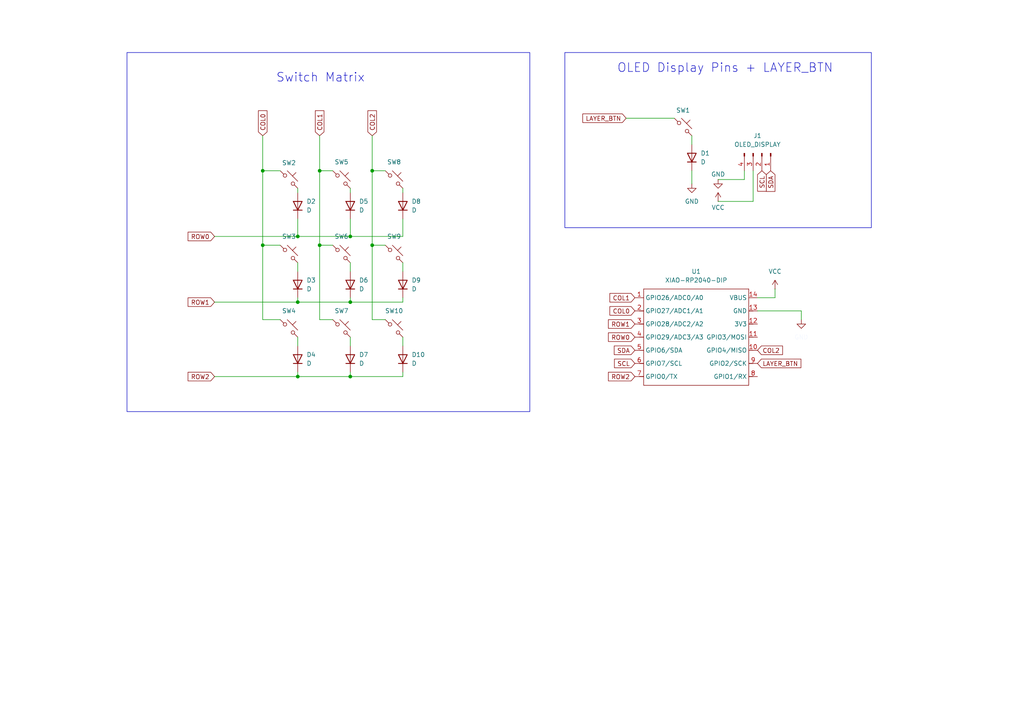
<source format=kicad_sch>
(kicad_sch (version 20250114) (generator "eeschema") (generator_version "9.0")
  (paper "A4")
  (lib_symbols
    (symbol "Connector:Conn_01x04_Pin" (pin_names (offset 1.016) (hide yes))
      (property "Reference" "J" (at 0 5.08 0))
      (property "Value" "Conn_01x04_Pin" (at 0 -7.62 0))
      (symbol "Conn_01x04_Pin_1_1"
        (rectangle (start 0.8636 2.667) (end 0 2.413) (stroke (width 0.1524)) (fill (type outline)))
        (rectangle (start 0.8636 0.127) (end 0 -0.127) (stroke (width 0.1524)) (fill (type outline)))
        (rectangle (start 0.8636 -2.413) (end 0 -2.667) (stroke (width 0.1524)) (fill (type outline)))
        (rectangle (start 0.8636 -4.953) (end 0 -5.207) (stroke (width 0.1524)) (fill (type outline)))
        (polyline (pts (xy 1.27 2.54) (xy 0.8636 2.54)) (stroke (width 0.1524)))
        (polyline (pts (xy 1.27 0) (xy 0.8636 0)) (stroke (width 0.1524)))
        (polyline (pts (xy 1.27 -2.54) (xy 0.8636 -2.54)) (stroke (width 0.1524)))
        (polyline (pts (xy 1.27 -5.08) (xy 0.8636 -5.08)) (stroke (width 0.1524)))
        (pin passive line (at 5.08 2.54 180) (length 3.81) (name "Pin_1") (number "1"))
        (pin passive line (at 5.08 0 180) (length 3.81) (name "Pin_2") (number "2"))
        (pin passive line (at 5.08 -2.54 180) (length 3.81) (name "Pin_3") (number "3"))
        (pin passive line (at 5.08 -5.08 180) (length 3.81) (name "Pin_4") (number "4"))
      )
    )
    (symbol "Device:D" (pin_numbers (hide yes)) (pin_names (offset 1.016) (hide yes))
      (property "Reference" "D" (at 0 2.54 0))
      (property "Value" "D" (at 0 -2.54 0))
      (symbol "D_0_1"
        (polyline (pts (xy -1.27 1.27) (xy -1.27 -1.27)) (stroke (width 0.254)))
        (polyline (pts (xy 1.27 1.27) (xy 1.27 -1.27) (xy -1.27 0) (xy 1.27 1.27)) (stroke (width 0.254)))
        (polyline (pts (xy 1.27 0) (xy -1.27 0)))
      )
      (symbol "D_1_1"
        (pin passive line (at -3.81 0 0) (length 2.54) (name "K") (number "1"))
        (pin passive line (at 3.81 0 180) (length 2.54) (name "A") (number "2"))
      )
    )
    (symbol "OPL:XIAO-RP2040-DIP"
      (property "Reference" "U" (at 0 0 0))
      (property "Value" "XIAO-RP2040-DIP" (at 5.334 -1.778 0))
      (symbol "XIAO-RP2040-DIP_1_0"
        (polyline (pts (xy -1.27 -2.54) (xy 29.21 -2.54)) (stroke (width 0.1524)))
        (polyline (pts (xy -1.27 -5.08) (xy -2.54 -5.08)) (stroke (width 0.1524)))
        (polyline (pts (xy -1.27 -5.08) (xy -1.27 -2.54)) (stroke (width 0.1524)))
        (polyline (pts (xy -1.27 -8.89) (xy -2.54 -8.89)) (stroke (width 0.1524)))
        (polyline (pts (xy -1.27 -8.89) (xy -1.27 -5.08)) (stroke (width 0.1524)))
        (polyline (pts (xy -1.27 -12.7) (xy -2.54 -12.7)) (stroke (width 0.1524)))
        (polyline (pts (xy -1.27 -12.7) (xy -1.27 -8.89)) (stroke (width 0.1524)))
        (polyline (pts (xy -1.27 -16.51) (xy -2.54 -16.51)) (stroke (width 0.1524)))
        (polyline (pts (xy -1.27 -16.51) (xy -1.27 -12.7)) (stroke (width 0.1524)))
        (polyline (pts (xy -1.27 -20.32) (xy -2.54 -20.32)) (stroke (width 0.1524)))
        (polyline (pts (xy -1.27 -24.13) (xy -2.54 -24.13)) (stroke (width 0.1524)))
        (polyline (pts (xy -1.27 -27.94) (xy -2.54 -27.94)) (stroke (width 0.1524)))
        (polyline (pts (xy -1.27 -30.48) (xy -1.27 -16.51)) (stroke (width 0.1524)))
        (polyline (pts (xy 29.21 -2.54) (xy 29.21 -5.08)) (stroke (width 0.1524)))
        (polyline (pts (xy 29.21 -5.08) (xy 29.21 -8.89)) (stroke (width 0.1524)))
        (polyline (pts (xy 29.21 -8.89) (xy 29.21 -12.7)) (stroke (width 0.1524)))
        (polyline (pts (xy 29.21 -12.7) (xy 29.21 -30.48)) (stroke (width 0.1524)))
        (polyline (pts (xy 29.21 -30.48) (xy -1.27 -30.48)) (stroke (width 0.1524)))
        (polyline (pts (xy 30.48 -5.08) (xy 29.21 -5.08)) (stroke (width 0.1524)))
        (polyline (pts (xy 30.48 -8.89) (xy 29.21 -8.89)) (stroke (width 0.1524)))
        (polyline (pts (xy 30.48 -12.7) (xy 29.21 -12.7)) (stroke (width 0.1524)))
        (polyline (pts (xy 30.48 -16.51) (xy 29.21 -16.51)) (stroke (width 0.1524)))
        (polyline (pts (xy 30.48 -20.32) (xy 29.21 -20.32)) (stroke (width 0.1524)))
        (polyline (pts (xy 30.48 -24.13) (xy 29.21 -24.13)) (stroke (width 0.1524)))
        (polyline (pts (xy 30.48 -27.94) (xy 29.21 -27.94)) (stroke (width 0.1524)))
        (pin passive line (at -3.81 -5.08 0) (length 2.54) (name "GPIO26/ADC0/A0") (number "1"))
        (pin passive line (at -3.81 -8.89 0) (length 2.54) (name "GPIO27/ADC1/A1") (number "2"))
        (pin passive line (at -3.81 -12.7 0) (length 2.54) (name "GPIO28/ADC2/A2") (number "3"))
        (pin passive line (at -3.81 -16.51 0) (length 2.54) (name "GPIO29/ADC3/A3") (number "4"))
        (pin passive line (at -3.81 -20.32 0) (length 2.54) (name "GPIO6/SDA") (number "5"))
        (pin passive line (at -3.81 -24.13 0) (length 2.54) (name "GPIO7/SCL") (number "6"))
        (pin passive line (at -3.81 -27.94 0) (length 2.54) (name "GPIO0/TX") (number "7"))
        (pin passive line (at 31.75 -5.08 180) (length 2.54) (name "VBUS") (number "14"))
        (pin passive line (at 31.75 -8.89 180) (length 2.54) (name "GND") (number "13"))
        (pin passive line (at 31.75 -12.7 180) (length 2.54) (name "3V3") (number "12"))
        (pin passive line (at 31.75 -16.51 180) (length 2.54) (name "GPIO3/MOSI") (number "11"))
        (pin passive line (at 31.75 -20.32 180) (length 2.54) (name "GPIO4/MISO") (number "10"))
        (pin passive line (at 31.75 -24.13 180) (length 2.54) (name "GPIO2/SCK") (number "9"))
        (pin passive line (at 31.75 -27.94 180) (length 2.54) (name "GPIO1/RX") (number "8"))
      )
    )
    (symbol "Switch:SW_Push_45deg" (pin_numbers (hide yes)) (pin_names (offset 1.016) (hide yes))
      (property "Reference" "SW" (at 3.048 1.016 0))
      (property "Value" "SW_Push_45deg" (at 0 -3.81 0))
      (symbol "SW_Push_45deg_0_1"
        (polyline (pts (xy -2.54 2.54) (xy -1.524 1.524) (xy -1.524 1.524)))
        (circle (center -1.1684 1.1684) (radius 0.508))
        (polyline (pts (xy -0.508 2.54) (xy 2.54 -0.508)))
        (polyline (pts (xy 1.016 1.016) (xy 2.032 2.032)))
        (circle (center 1.143 -1.1938) (radius 0.508))
        (polyline (pts (xy 1.524 -1.524) (xy 2.54 -2.54) (xy 2.54 -2.54) (xy 2.54 -2.54)))
        (pin passive line (at -2.54 2.54 0) (length 0) (name "1") (number "1"))
        (pin passive line (at 2.54 -2.54 180) (length 0) (name "2") (number "2"))
      )
    )
    (symbol "power:GND" (power) (pin_numbers (hide yes)) (pin_names (offset 0) (hide yes))
      (property "Value" "GND" (at 0 -3.81 0))
      (symbol "GND_0_1"
        (polyline (pts (xy 0 0) (xy 0 -1.27) (xy 1.27 -1.27) (xy 0 -2.54) (xy -1.27 -1.27) (xy 0 -1.27)))
      )
      (symbol "GND_1_1"
        (pin power_in line (at 0 0 270) (length 0) (name "~") (number "1"))
      )
    )
    (symbol "power:VCC" (power) (pin_numbers (hide yes)) (pin_names (offset 0) (hide yes))
      (property "Value" "VCC" (at 0 3.556 0))
      (symbol "VCC_0_1"
        (polyline (pts (xy -0.762 1.27) (xy 0 2.54)))
        (polyline (pts (xy 0 2.54) (xy 0.762 1.27)))
        (polyline (pts (xy 0 0) (xy 0 2.54)))
      )
      (symbol "VCC_1_1"
        (pin power_in line (at 0 0 90) (length 0) (name "~") (number "1"))
      )
    )
  )
  (rectangle (start 163.83 15.24) (end 252.73 66.04))
  (rectangle (start 36.83 15.24) (end 153.67 119.38))
  (text "Switch Matrix\n" (at 92.964 22.606 0) (effects (font (size 2.54 2.54))))
  (text "OLED Display Pins + LAYER_BTN" (at 210.312 19.812 0) (effects (font (size 2.54 2.54))))
  (junction (at 101.6 87.63))
  (junction (at 76.2 71.12))
  (junction (at 86.36 68.58))
  (junction (at 107.95 71.12))
  (junction (at 86.36 109.22))
  (junction (at 92.71 71.12))
  (junction (at 86.36 87.63))
  (junction (at 101.6 68.58))
  (junction (at 92.71 49.53))
  (junction (at 76.2 49.53))
  (junction (at 101.6 109.22))
  (junction (at 107.95 49.53))
  (wire (pts (xy 107.95 71.12) (xy 107.95 92.71)))
  (wire (pts (xy 208.28 58.42) (xy 218.44 58.42)))
  (wire (pts (xy 86.36 100.33) (xy 86.36 97.79)))
  (wire (pts (xy 107.95 49.53) (xy 107.95 39.37)))
  (wire (pts (xy 224.79 86.36) (xy 224.79 83.82)))
  (wire (pts (xy 101.6 76.2) (xy 101.6 78.74)))
  (wire (pts (xy 116.84 54.61) (xy 116.84 55.88)))
  (wire (pts (xy 107.95 49.53) (xy 111.76 49.53)))
  (wire (pts (xy 200.66 39.37) (xy 200.66 41.91)))
  (wire (pts (xy 215.9 52.07) (xy 215.9 49.53)))
  (wire (pts (xy 86.36 68.58) (xy 101.6 68.58)))
  (wire (pts (xy 76.2 49.53) (xy 76.2 71.12)))
  (wire (pts (xy 116.84 87.63) (xy 116.84 86.36)))
  (wire (pts (xy 86.36 87.63) (xy 101.6 87.63)))
  (wire (pts (xy 219.71 86.36) (xy 224.79 86.36)))
  (wire (pts (xy 86.36 86.36) (xy 86.36 87.63)))
  (wire (pts (xy 208.28 52.07) (xy 215.9 52.07)))
  (wire (pts (xy 218.44 58.42) (xy 218.44 49.53)))
  (wire (pts (xy 86.36 107.95) (xy 86.36 109.22)))
  (wire (pts (xy 76.2 71.12) (xy 76.2 92.71)))
  (wire (pts (xy 101.6 109.22) (xy 101.6 107.95)))
  (wire (pts (xy 86.36 63.5) (xy 86.36 68.58)))
  (wire (pts (xy 116.84 63.5) (xy 116.84 68.58)))
  (wire (pts (xy 200.66 49.53) (xy 200.66 53.34)))
  (wire (pts (xy 92.71 71.12) (xy 92.71 92.71)))
  (wire (pts (xy 101.6 97.79) (xy 101.6 100.33)))
  (wire (pts (xy 86.36 55.88) (xy 86.36 54.61)))
  (wire (pts (xy 116.84 97.79) (xy 116.84 100.33)))
  (wire (pts (xy 219.71 90.17) (xy 232.41 90.17)))
  (wire (pts (xy 101.6 87.63) (xy 116.84 87.63)))
  (wire (pts (xy 181.61 34.29) (xy 195.58 34.29)))
  (wire (pts (xy 107.95 92.71) (xy 111.76 92.71)))
  (wire (pts (xy 92.71 92.71) (xy 96.52 92.71)))
  (wire (pts (xy 86.36 109.22) (xy 101.6 109.22)))
  (wire (pts (xy 92.71 49.53) (xy 96.52 49.53)))
  (wire (pts (xy 92.71 49.53) (xy 92.71 39.37)))
  (wire (pts (xy 116.84 68.58) (xy 101.6 68.58)))
  (wire (pts (xy 92.71 71.12) (xy 96.52 71.12)))
  (wire (pts (xy 92.71 49.53) (xy 92.71 71.12)))
  (wire (pts (xy 76.2 92.71) (xy 81.28 92.71)))
  (wire (pts (xy 62.23 109.22) (xy 86.36 109.22)))
  (wire (pts (xy 116.84 109.22) (xy 116.84 107.95)))
  (wire (pts (xy 62.23 87.63) (xy 86.36 87.63)))
  (wire (pts (xy 101.6 87.63) (xy 101.6 86.36)))
  (wire (pts (xy 76.2 39.37) (xy 76.2 49.53)))
  (wire (pts (xy 62.23 68.58) (xy 86.36 68.58)))
  (wire (pts (xy 232.41 90.17) (xy 232.41 92.71)))
  (wire (pts (xy 101.6 63.5) (xy 101.6 68.58)))
  (wire (pts (xy 76.2 71.12) (xy 81.28 71.12)))
  (wire (pts (xy 107.95 71.12) (xy 111.76 71.12)))
  (wire (pts (xy 116.84 76.2) (xy 116.84 78.74)))
  (wire (pts (xy 107.95 49.53) (xy 107.95 71.12)))
  (wire (pts (xy 86.36 78.74) (xy 86.36 76.2)))
  (wire (pts (xy 101.6 109.22) (xy 116.84 109.22)))
  (wire (pts (xy 76.2 49.53) (xy 81.28 49.53)))
  (wire (pts (xy 101.6 54.61) (xy 101.6 55.88)))
  (global_label "COL0" (shape input) (at 184.15 90.17 180) (property "Intersheetrefs" "${INTERSHEET_REFS}" (effects (hide yes))))
  (global_label "LAYER_BTN" (shape input) (at 181.61 34.29 180) (property "Intersheetrefs" "${INTERSHEET_REFS}" (effects (hide yes))))
  (global_label "ROW0" (shape input) (at 184.15 97.79 180) (property "Intersheetrefs" "${INTERSHEET_REFS}" (effects (hide yes))))
  (global_label "COL2" (shape input) (at 107.95 39.37 90) (property "Intersheetrefs" "${INTERSHEET_REFS}" (effects (hide yes))))
  (global_label "SDA" (shape input) (at 184.15 101.6 180) (property "Intersheetrefs" "${INTERSHEET_REFS}" (effects (hide yes))))
  (global_label "ROW2" (shape input) (at 184.15 109.22 180) (property "Intersheetrefs" "${INTERSHEET_REFS}" (effects (hide yes))))
  (global_label "ROW2" (shape input) (at 62.23 109.22 180) (property "Intersheetrefs" "${INTERSHEET_REFS}" (effects (hide yes))))
  (global_label "COL1" (shape input) (at 184.15 86.36 180) (property "Intersheetrefs" "${INTERSHEET_REFS}" (effects (hide yes))))
  (global_label "ROW1" (shape input) (at 62.23 87.63 180) (property "Intersheetrefs" "${INTERSHEET_REFS}" (effects (hide yes))))
  (global_label "ROW0" (shape input) (at 62.23 68.58 180) (property "Intersheetrefs" "${INTERSHEET_REFS}" (effects (hide yes))))
  (global_label "SCL" (shape input) (at 220.98 49.53 270) (property "Intersheetrefs" "${INTERSHEET_REFS}" (effects (hide yes))))
  (global_label "COL1" (shape input) (at 92.71 39.37 90) (property "Intersheetrefs" "${INTERSHEET_REFS}" (effects (hide yes))))
  (global_label "LAYER_BTN" (shape input) (at 219.71 105.41 0) (property "Intersheetrefs" "${INTERSHEET_REFS}" (effects (hide yes))))
  (global_label "ROW1" (shape input) (at 184.15 93.98 180) (property "Intersheetrefs" "${INTERSHEET_REFS}" (effects (hide yes))))
  (global_label "SDA" (shape input) (at 223.52 49.53 270) (property "Intersheetrefs" "${INTERSHEET_REFS}" (effects (hide yes))))
  (global_label "COL0" (shape input) (at 76.2 39.37 90) (property "Intersheetrefs" "${INTERSHEET_REFS}" (effects (hide yes))))
  (global_label "COL2" (shape input) (at 219.71 101.6 0) (property "Intersheetrefs" "${INTERSHEET_REFS}" (effects (hide yes))))
  (global_label "SCL" (shape input) (at 184.15 105.41 180) (property "Intersheetrefs" "${INTERSHEET_REFS}" (effects (hide yes))))
  (symbol (lib_id "Device:D") (at 116.84 82.55 90) (unit 1)
    (property "Reference" "D9" (at 119.38 81.2799 90) (effects (justify right)))
    (property "Value" "D" (at 119.38 83.8199 90) (effects (justify right)))
    (property "Footprint" "Diode_THT:D_DO-35_SOD27_P7.62mm_Horizontal" (effects (hide yes)))
    (property "Description" "Diode" (effects (hide yes)))
    (property "Sim.Device" "D" (effects (hide yes)))
    (property "Sim.Pins" "1=K 2=A" (effects (hide yes)))
  )
  (symbol (lib_id "power:VCC") (at 224.79 83.82 0) (unit 1)
    (property "Reference" "#PWR06" (effects (hide yes)))
    (property "Value" "VCC" (at 224.79 78.74 0))
    (property "Description" "Power symbol creates a global label with name \"VCC\"" (effects (hide yes)))
  )
  (symbol (lib_id "Device:D") (at 101.6 59.69 90) (unit 1)
    (property "Reference" "D5" (at 104.14 58.4199 90) (effects (justify right)))
    (property "Value" "D" (at 104.14 60.9599 90) (effects (justify right)))
    (property "Footprint" "Diode_THT:D_DO-35_SOD27_P7.62mm_Horizontal" (effects (hide yes)))
    (property "Description" "Diode" (effects (hide yes)))
    (property "Sim.Device" "D" (effects (hide yes)))
    (property "Sim.Pins" "1=K 2=A" (effects (hide yes)))
  )
  (symbol (lib_id "power:GND") (at 232.41 92.71 0) (unit 1)
    (property "Reference" "#PWR01" (effects (hide yes)))
    (property "Value" "GND" (at 232.41 97.79 0))
    (property "Description" "Power symbol creates a global label with name \"GND\" , ground" (effects (hide yes)))
  )
  (symbol (lib_id "Device:D") (at 116.84 59.69 90) (unit 1)
    (property "Reference" "D8" (at 119.38 58.4199 90) (effects (justify right)))
    (property "Value" "D" (at 119.38 60.9599 90) (effects (justify right)))
    (property "Footprint" "Diode_THT:D_DO-35_SOD27_P7.62mm_Horizontal" (effects (hide yes)))
    (property "Description" "Diode" (effects (hide yes)))
    (property "Sim.Device" "D" (effects (hide yes)))
    (property "Sim.Pins" "1=K 2=A" (effects (hide yes)))
  )
  (symbol (lib_id "Device:D") (at 116.84 104.14 90) (unit 1)
    (property "Reference" "D10" (at 119.38 102.8699 90) (effects (justify right)))
    (property "Value" "D" (at 119.38 105.4099 90) (effects (justify right)))
    (property "Footprint" "Diode_THT:D_DO-35_SOD27_P7.62mm_Horizontal" (effects (hide yes)))
    (property "Description" "Diode" (effects (hide yes)))
    (property "Sim.Device" "D" (effects (hide yes)))
    (property "Sim.Pins" "1=K 2=A" (effects (hide yes)))
  )
  (symbol (lib_id "power:GND") (at 208.28 52.07 0) (unit 1)
    (property "Reference" "#PWR0101" (effects (hide yes)))
    (property "Value" "GND" (at 208.28 50.546 0))
    (property "Description" "Power symbol creates a global label with name \"GND\" , ground" (effects (hide yes)))
  )
  (symbol (lib_id "Device:D") (at 86.36 104.14 90) (unit 1)
    (property "Reference" "D4" (at 88.9 102.8699 90) (effects (justify right)))
    (property "Value" "D" (at 88.9 105.4099 90) (effects (justify right)))
    (property "Footprint" "Diode_THT:D_DO-35_SOD27_P7.62mm_Horizontal" (effects (hide yes)))
    (property "Description" "Diode" (effects (hide yes)))
    (property "Sim.Device" "D" (effects (hide yes)))
    (property "Sim.Pins" "1=K 2=A" (effects (hide yes)))
  )
  (symbol (lib_id "Switch:SW_Push_45deg") (at 114.3 73.66 0) (unit 1)
    (property "Reference" "SW9" (at 114.3 68.58 0))
    (property "Value" "SW_Push_45deg" (effects (hide yes)))
    (property "Footprint" "MX_Solderable:MX-Solderable-1U" (effects (hide yes)))
    (property "Description" "Push button switch, normally open, two pins, 45° tilted" (effects (hide yes)))
  )
  (symbol (lib_id "Switch:SW_Push_45deg") (at 99.06 95.25 0) (unit 1)
    (property "Reference" "SW7" (at 99.06 90.17 0))
    (property "Value" "SW_Push_45deg" (effects (hide yes)))
    (property "Footprint" "MX_Solderable:MX-Solderable-1U" (effects (hide yes)))
    (property "Description" "Push button switch, normally open, two pins, 45° tilted" (effects (hide yes)))
  )
  (symbol (lib_id "Device:D") (at 101.6 82.55 90) (unit 1)
    (property "Reference" "D6" (at 104.14 81.2799 90) (effects (justify right)))
    (property "Value" "D" (at 104.14 83.8199 90) (effects (justify right)))
    (property "Footprint" "Diode_THT:D_DO-35_SOD27_P7.62mm_Horizontal" (effects (hide yes)))
    (property "Description" "Diode" (effects (hide yes)))
    (property "Sim.Device" "D" (effects (hide yes)))
    (property "Sim.Pins" "1=K 2=A" (effects (hide yes)))
  )
  (symbol (lib_id "Switch:SW_Push_45deg") (at 99.06 73.66 0) (unit 1)
    (property "Reference" "SW6" (at 99.06 68.58 0))
    (property "Value" "SW_Push_45deg" (effects (hide yes)))
    (property "Footprint" "MX_Solderable:MX-Solderable-1U" (effects (hide yes)))
    (property "Description" "Push button switch, normally open, two pins, 45° tilted" (effects (hide yes)))
  )
  (symbol (lib_id "OPL:XIAO-RP2040-DIP") (at 187.96 81.28 0) (unit 1)
    (property "Reference" "U1" (at 201.93 78.74 0))
    (property "Value" "XIAO-RP2040-DIP" (at 201.93 81.28 0))
    (property "Footprint" "Module:MOUDLE14P-XIAO-DIP-SMD" (effects (hide yes)))
  )
  (symbol (lib_id "Switch:SW_Push_45deg") (at 83.82 52.07 0) (unit 1)
    (property "Reference" "SW2" (at 83.82 47.244 0))
    (property "Value" "SW_Push_45deg" (effects (hide yes)))
    (property "Footprint" "MX_Solderable:MX-Solderable-1U" (effects (hide yes)))
    (property "Description" "Push button switch, normally open, two pins, 45° tilted" (effects (hide yes)))
  )
  (symbol (lib_id "Switch:SW_Push_45deg") (at 83.82 95.25 0) (unit 1)
    (property "Reference" "SW4" (at 83.82 90.17 0))
    (property "Value" "SW_Push_45deg" (effects (hide yes)))
    (property "Footprint" "MX_Solderable:MX-Solderable-1U" (effects (hide yes)))
    (property "Description" "Push button switch, normally open, two pins, 45° tilted" (effects (hide yes)))
  )
  (symbol (lib_id "Switch:SW_Push_45deg") (at 99.06 52.07 0) (unit 1)
    (property "Reference" "SW5" (at 99.06 46.99 0))
    (property "Value" "SW_Push_45deg" (effects (hide yes)))
    (property "Footprint" "MX_Solderable:MX-Solderable-1U" (effects (hide yes)))
    (property "Description" "Push button switch, normally open, two pins, 45° tilted" (effects (hide yes)))
  )
  (symbol (lib_id "Switch:SW_Push_45deg") (at 83.82 73.66 0) (unit 1)
    (property "Reference" "SW3" (at 83.82 68.58 0))
    (property "Value" "SW_Push_45deg" (effects (hide yes)))
    (property "Footprint" "MX_Solderable:MX-Solderable-1U" (effects (hide yes)))
    (property "Description" "Push button switch, normally open, two pins, 45° tilted" (effects (hide yes)))
  )
  (symbol (lib_id "Device:D") (at 200.66 45.72 90) (unit 1)
    (property "Reference" "D1" (at 203.2 44.4499 90) (effects (justify right)))
    (property "Value" "D" (at 203.2 46.9899 90) (effects (justify right)))
    (property "Footprint" "Diode_THT:D_DO-35_SOD27_P7.62mm_Horizontal" (effects (hide yes)))
    (property "Description" "Diode" (effects (hide yes)))
    (property "Sim.Device" "D" (effects (hide yes)))
    (property "Sim.Pins" "1=K 2=A" (effects (hide yes)))
  )
  (symbol (lib_id "Connector:Conn_01x04_Pin") (at 220.98 44.45 270) (unit 1)
    (property "Reference" "J1" (at 219.71 39.37 90))
    (property "Value" "OLED_DISPLAY" (at 219.71 41.91 90))
    (property "Footprint" "Connector_PinHeader_2.54mm:PinHeader_1x04_P2.54mm_Vertical" (effects (hide yes)))
    (property "Description" "Generic connector, single row, 01x04, script generated" (effects (hide yes)))
  )
  (symbol (lib_id "Device:D") (at 86.36 82.55 90) (unit 1)
    (property "Reference" "D3" (at 88.9 81.2799 90) (effects (justify right)))
    (property "Value" "D" (at 88.9 83.8199 90) (effects (justify right)))
    (property "Footprint" "Diode_THT:D_DO-35_SOD27_P7.62mm_Horizontal" (effects (hide yes)))
    (property "Description" "Diode" (effects (hide yes)))
    (property "Sim.Device" "D" (effects (hide yes)))
    (property "Sim.Pins" "1=K 2=A" (effects (hide yes)))
  )
  (symbol (lib_id "power:VCC") (at 208.28 58.42 0) (unit 1)
    (property "Reference" "#PWR02" (effects (hide yes)))
    (property "Value" "VCC" (at 208.28 60.198 0))
    (property "Description" "Power symbol creates a global label with name \"VCC\"" (effects (hide yes)))
  )
  (symbol (lib_id "Switch:SW_Push_45deg") (at 114.3 52.07 0) (unit 1)
    (property "Reference" "SW8" (at 114.3 46.99 0))
    (property "Value" "SW_Push_45deg" (effects (hide yes)))
    (property "Footprint" "MX_Solderable:MX-Solderable-1U" (effects (hide yes)))
    (property "Description" "Push button switch, normally open, two pins, 45° tilted" (effects (hide yes)))
  )
  (symbol (lib_id "Device:D") (at 86.36 59.69 90) (unit 1)
    (property "Reference" "D2" (at 88.9 58.4199 90) (effects (justify right)))
    (property "Value" "D" (at 88.9 60.9599 90) (effects (justify right)))
    (property "Footprint" "Diode_THT:D_DO-35_SOD27_P7.62mm_Horizontal" (effects (hide yes)))
    (property "Description" "Diode" (effects (hide yes)))
    (property "Sim.Device" "D" (effects (hide yes)))
    (property "Sim.Pins" "1=K 2=A" (effects (hide yes)))
  )
  (symbol (lib_id "power:GND") (at 200.66 53.34 0) (unit 1)
    (property "Reference" "#PWR03" (effects (hide yes)))
    (property "Value" "GND" (at 200.66 58.42 0))
    (property "Description" "Power symbol creates a global label with name \"GND\" , ground" (effects (hide yes)))
  )
  (symbol (lib_id "Switch:SW_Push_45deg") (at 114.3 95.25 0) (unit 1)
    (property "Reference" "SW10" (at 114.3 90.17 0))
    (property "Value" "SW_Push_45deg" (effects (hide yes)))
    (property "Footprint" "MX_Solderable:MX-Solderable-1U" (effects (hide yes)))
    (property "Description" "Push button switch, normally open, two pins, 45° tilted" (effects (hide yes)))
  )
  (symbol (lib_id "Switch:SW_Push_45deg") (at 198.12 36.83 0) (unit 1)
    (property "Reference" "SW1" (at 198.12 32.004 0))
    (property "Value" "SW_Push_45deg" (effects (hide yes)))
    (property "Footprint" "MX_Solderable:MX-Solderable-1U" (effects (hide yes)))
    (property "Description" "Push button switch, normally open, two pins, 45° tilted" (effects (hide yes)))
  )
  (symbol (lib_id "Device:D") (at 101.6 104.14 90) (unit 1)
    (property "Reference" "D7" (at 104.14 102.8699 90) (effects (justify right)))
    (property "Value" "D" (at 104.14 105.4099 90) (effects (justify right)))
    (property "Footprint" "Diode_THT:D_DO-35_SOD27_P7.62mm_Horizontal" (effects (hide yes)))
    (property "Description" "Diode" (effects (hide yes)))
    (property "Sim.Device" "D" (effects (hide yes)))
    (property "Sim.Pins" "1=K 2=A" (effects (hide yes)))
  )
)
</source>
